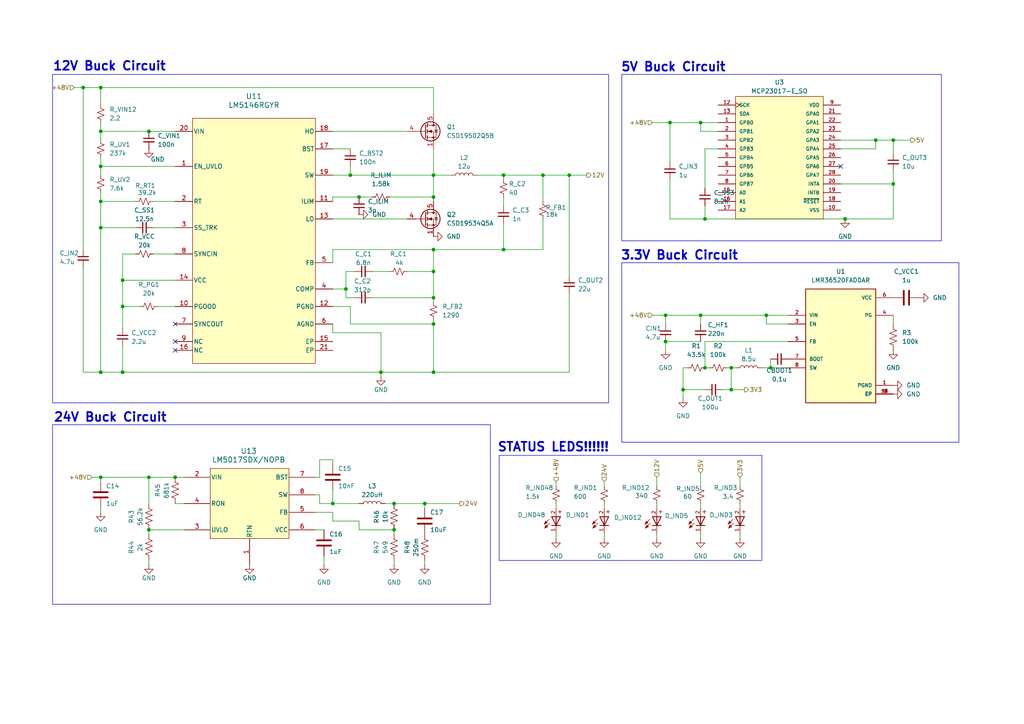
<source format=kicad_sch>
(kicad_sch (version 20231120) (generator "eeschema") (generator_version "8.0")
  (paper "A4")
  (lib_symbols
    (symbol "2024-10-11_02-12-55:LM5017SDX_NOPB" (pin_names (offset 0.254))
      (property "Reference" "U13" (at 36.576 11.43 0))
      (property "Value" "LM5017SDX/NOPB" (at 36.576 8.89 0))
      (symbol "LM5017SDX_NOPB_0_1"
        (pin input line (at 17.78 3.81 0) (length 7.62) (name "VIN") (number "2"))
        (pin input line (at 17.78 -11.43 0) (length 7.62) (name "UVLO") (number "3"))
        (pin unspecified line (at 17.78 -3.81 0) (length 7.62) (name "RON") (number "4"))
        (pin input line (at 55.88 -6.35 180) (length 7.62) (name "FB") (number "5"))
        (pin power_in line (at 55.88 -11.43 180) (length 7.62) (name "VCC") (number "6"))
        (pin unspecified line (at 55.88 3.81 180) (length 7.62) (name "BST") (number "7"))
        (pin output line (at 55.88 -1.27 180) (length 7.62) (name "SW") (number "8"))
      )
      (symbol "LM5017SDX_NOPB_1_1"
        (rectangle (start 25.4 6.35) (end 48.26 -13.97) (fill (type background)))
        (pin power_in line (at 36.83 -21.59 90) (length 7.62) (name "RTN") (number "1"))
      )
    )
    (symbol "Device:C" (pin_numbers hide) (pin_names (offset 0.254))
      (property "Reference" "C" (at 0.635 2.54 0))
      (property "Value" "C" (at 0.635 -2.54 0))
      (symbol "C_0_1"
        (polyline (pts (xy -2.032 -0.762) (xy 2.032 -0.762)) (stroke (width 0.508)))
        (polyline (pts (xy -2.032 0.762) (xy 2.032 0.762)) (stroke (width 0.508)))
      )
      (symbol "C_1_1"
        (pin passive line (at 0 3.81 270) (length 2.794) (name "~") (number "1"))
        (pin passive line (at 0 -3.81 90) (length 2.794) (name "~") (number "2"))
      )
    )
    (symbol "Device:C_Small" (pin_numbers hide) (pin_names (offset 0.254) hide)
      (property "Reference" "C" (at 0.254 1.778 0))
      (property "Value" "C_Small" (at 0.254 -2.032 0))
      (symbol "C_Small_0_1"
        (polyline (pts (xy -1.524 -0.508) (xy 1.524 -0.508)) (stroke (width 0.3302)))
        (polyline (pts (xy -1.524 0.508) (xy 1.524 0.508)) (stroke (width 0.3048)))
      )
      (symbol "C_Small_1_1"
        (pin passive line (at 0 2.54 270) (length 2.032) (name "~") (number "1"))
        (pin passive line (at 0 -2.54 90) (length 2.032) (name "~") (number "2"))
      )
    )
    (symbol "Device:L" (pin_numbers hide) (pin_names (offset 1.016) hide)
      (property "Reference" "L" (at -1.27 0 90))
      (property "Value" "L" (at 1.905 0 90))
      (symbol "L_0_1"
        (arc (start 0 -2.54) (mid 0.6323 -1.905) (end 0 -1.27))
        (arc (start 0 -1.27) (mid 0.6323 -0.635) (end 0 0))
        (arc (start 0 0) (mid 0.6323 0.635) (end 0 1.27))
        (arc (start 0 1.27) (mid 0.6323 1.905) (end 0 2.54))
      )
      (symbol "L_1_1"
        (pin passive line (at 0 3.81 270) (length 1.27) (name "1") (number "1"))
        (pin passive line (at 0 -3.81 90) (length 1.27) (name "2") (number "2"))
      )
    )
    (symbol "Device:R_Small_US" (pin_numbers hide) (pin_names (offset 0.254) hide)
      (property "Reference" "R" (at 0.762 0.508 0))
      (property "Value" "R_Small_US" (at 0.762 -1.016 0))
      (symbol "R_Small_US_1_1"
        (polyline (pts (xy 0 0) (xy 1.016 -0.381) (xy 0 -0.762) (xy -1.016 -1.143) (xy 0 -1.524)))
        (polyline (pts (xy 0 1.524) (xy 1.016 1.143) (xy 0 0.762) (xy -1.016 0.381) (xy 0 0)))
        (pin passive line (at 0 2.54 270) (length 1.016) (name "~") (number "1"))
        (pin passive line (at 0 -2.54 90) (length 1.016) (name "~") (number "2"))
      )
    )
    (symbol "Device:R_US" (pin_numbers hide) (pin_names (offset 0))
      (property "Reference" "R" (at 2.54 0 90))
      (property "Value" "R_US" (at -2.54 0 90))
      (symbol "R_US_0_1"
        (polyline (pts (xy 0 -2.286) (xy 0 -2.54)))
        (polyline (pts (xy 0 2.286) (xy 0 2.54)))
        (polyline (pts (xy 0 -0.762) (xy 1.016 -1.143) (xy 0 -1.524) (xy -1.016 -1.905) (xy 0 -2.286)))
        (polyline (pts (xy 0 0.762) (xy 1.016 0.381) (xy 0 0) (xy -1.016 -0.381) (xy 0 -0.762)))
        (polyline (pts (xy 0 2.286) (xy 1.016 1.905) (xy 0 1.524) (xy -1.016 1.143) (xy 0 0.762)))
      )
      (symbol "R_US_1_1"
        (pin passive line (at 0 3.81 270) (length 1.27) (name "~") (number "1"))
        (pin passive line (at 0 -3.81 90) (length 1.27) (name "~") (number "2"))
      )
    )
    (symbol "LMR36520FADDAR:LMR36520FADDAR" (pin_names (offset 1.016))
      (property "Reference" "U" (at -10.16 16.002 0))
      (property "Value" "LMR36520FADDAR" (at -10.16 -18.542 0))
      (symbol "LMR36520FADDAR_0_0"
        (rectangle (start -10.16 -17.78) (end 10.16 15.24) (stroke (width 0.254)) (fill (type background)))
        (pin power_in line (at 15.24 -12.7 180) (length 5.08) (name "PGND") (number "1"))
        (pin power_in line (at 15.24 -15.24 180) (length 5.08) (name "EP") (number "10"))
        (pin power_in line (at 15.24 -15.24 180) (length 5.08) (name "EP") (number "11"))
        (pin power_in line (at 15.24 -15.24 180) (length 5.08) (name "EP") (number "12"))
        (pin power_in line (at 15.24 -15.24 180) (length 5.08) (name "EP") (number "13"))
        (pin power_in line (at 15.24 -15.24 180) (length 5.08) (name "EP") (number "14"))
        (pin power_in line (at 15.24 -15.24 180) (length 5.08) (name "EP") (number "15"))
        (pin input line (at -15.24 7.62 0) (length 5.08) (name "VIN") (number "2"))
        (pin input line (at -15.24 5.08 0) (length 5.08) (name "EN") (number "3"))
        (pin output line (at 15.24 7.62 180) (length 5.08) (name "PG") (number "4"))
        (pin input line (at -15.24 0 0) (length 5.08) (name "FB") (number "5"))
        (pin power_in line (at 15.24 12.7 180) (length 5.08) (name "VCC") (number "6"))
        (pin passive line (at -15.24 -5.08 0) (length 5.08) (name "BOOT") (number "7"))
        (pin passive line (at -15.24 -7.62 0) (length 5.08) (name "SW") (number "8"))
        (pin power_in line (at 15.24 -15.24 180) (length 5.08) (name "EP") (number "9"))
      )
    )
    (symbol "RGY0020B-MFG:LM5146RGYR" (pin_names (offset 0.254))
      (property "Reference" "U11" (at 22.86 10.16 0))
      (property "Value" "LM5146RGYR" (at 22.86 7.62 0))
      (symbol "LM5146RGYR_0_1"
        (pin input line (at 0 -10.16 0) (length 5.08) (name "EN_UVLO") (number "1"))
        (pin open_collector line (at 0 -50.8 0) (length 5.08) (name "PGOOD") (number "10"))
        (pin unspecified line (at 45.72 -20.32 180) (length 5.08) (name "ILIM") (number "11"))
        (pin power_in line (at 45.72 -50.8 180) (length 5.08) (name "PGND") (number "12"))
        (pin unspecified line (at 45.72 -25.4 180) (length 5.08) (name "LO") (number "13"))
        (pin unspecified line (at 0 -43.18 0) (length 5.08) (name "VCC") (number "14"))
        (pin power_in line (at 45.72 -60.96 180) (length 5.08) (name "EP") (number "15"))
        (pin unspecified line (at 0 -63.5 0) (length 5.08) (name "NC") (number "16"))
        (pin unspecified line (at 45.72 -5.08 180) (length 5.08) (name "BST") (number "17"))
        (pin unspecified line (at 45.72 0 180) (length 5.08) (name "HO") (number "18"))
        (pin unspecified line (at 45.72 -12.7 180) (length 5.08) (name "SW") (number "19"))
        (pin unspecified line (at 0 -20.32 0) (length 5.08) (name "RT") (number "2"))
        (pin power_in line (at 0 0 0) (length 5.08) (name "VIN") (number "20"))
        (pin power_in line (at 45.72 -63.5 180) (length 5.08) (name "EP") (number "21"))
        (pin unspecified line (at 0 -27.94 0) (length 5.08) (name "SS_TRK") (number "3"))
        (pin unspecified line (at 45.72 -45.72 180) (length 5.08) (name "COMP") (number "4"))
        (pin unspecified line (at 45.72 -38.1 180) (length 5.08) (name "FB") (number "5"))
        (pin power_in line (at 45.72 -55.88 180) (length 5.08) (name "AGND") (number "6"))
        (pin output line (at 0 -55.88 0) (length 5.08) (name "SYNCOUT") (number "7"))
        (pin input line (at 0 -35.56 0) (length 5.08) (name "SYNCIN") (number "8"))
        (pin input line (at 0 -60.96 0) (length 5.08) (name "NC") (number "9"))
      )
      (symbol "LM5146RGYR_1_1"
        (rectangle (start 5.08 3.81) (end 40.64 -67.31) (fill (type background)))
      )
    )
    (symbol "TPSM265R1V5SILR:TPSM265R1V5SILR" (pin_names (offset 1.016))
      (property "Reference" "U3" (at 0 19.304 0))
      (property "Value" "MCP23017-E_SO" (at 0 16.764 0))
      (symbol "TPSM265R1V5SILR_0_0"
        (rectangle (start -12.7 15.24) (end 12.7 -20.32) (stroke (width 0.1524)) (fill (type background)))
        (pin bidirectional line (at -17.78 7.62 0) (length 5.08) (name "GPB0") (number "1"))
        (pin power_in line (at 17.78 -17.78 180) (length 5.08) (name "VSS") (number "10"))
        (pin input clock (at -17.78 12.7 0) (length 5.08) (name "SCK") (number "12"))
        (pin bidirectional line (at -17.78 10.16 0) (length 5.08) (name "SDA") (number "13"))
        (pin input line (at -17.78 -12.7 0) (length 5.08) (name "A0") (number "15"))
        (pin input line (at -17.78 -15.24 0) (length 5.08) (name "A1") (number "16"))
        (pin input line (at -17.78 -17.78 0) (length 5.08) (name "A2") (number "17"))
        (pin output line (at 17.78 -15.24 180) (length 5.08) (name "~{RESET}") (number "18"))
        (pin output line (at 17.78 -12.7 180) (length 5.08) (name "INTB") (number "19"))
        (pin bidirectional line (at -17.78 5.08 0) (length 5.08) (name "GPB1") (number "2"))
        (pin output line (at 17.78 -10.16 180) (length 5.08) (name "INTA") (number "20"))
        (pin bidirectional line (at 17.78 10.16 180) (length 5.08) (name "GPA0") (number "21"))
        (pin bidirectional line (at 17.78 7.62 180) (length 5.08) (name "GPA1") (number "22"))
        (pin bidirectional line (at 17.78 5.08 180) (length 5.08) (name "GPA2") (number "23"))
        (pin bidirectional line (at 17.78 2.54 180) (length 5.08) (name "GPA3") (number "24"))
        (pin bidirectional line (at 17.78 0 180) (length 5.08) (name "GPA4") (number "25"))
        (pin bidirectional line (at 17.78 -2.54 180) (length 5.08) (name "GPA5") (number "26"))
        (pin bidirectional line (at 17.78 -5.08 180) (length 5.08) (name "GPA6") (number "27"))
        (pin bidirectional line (at 17.78 -7.62 180) (length 5.08) (name "GPA7") (number "28"))
        (pin bidirectional line (at -17.78 2.54 0) (length 5.08) (name "GPB2") (number "3"))
        (pin bidirectional line (at -17.78 0 0) (length 5.08) (name "GPB3") (number "4"))
        (pin bidirectional line (at -17.78 -2.54 0) (length 5.08) (name "GPB4") (number "5"))
        (pin bidirectional line (at -17.78 -5.08 0) (length 5.08) (name "GPB5") (number "6"))
        (pin bidirectional line (at -17.78 -7.62 0) (length 5.08) (name "GPB6") (number "7"))
        (pin bidirectional line (at -17.78 -10.16 0) (length 5.08) (name "GPB7") (number "8"))
        (pin power_in line (at 17.78 12.7 180) (length 5.08) (name "VDD") (number "9"))
      )
    )
    (symbol "Transistor_FET:CSD19502Q5B" (pin_names hide)
      (property "Reference" "Q" (at 5.08 1.905 0))
      (property "Value" "CSD19502Q5B" (at 5.08 0 0))
      (symbol "CSD19502Q5B_0_1"
        (polyline (pts (xy 0.254 0) (xy -2.54 0)))
        (polyline (pts (xy 0.254 1.905) (xy 0.254 -1.905)) (stroke (width 0.254)))
        (polyline (pts (xy 0.762 -1.27) (xy 0.762 -2.286)) (stroke (width 0.254)))
        (polyline (pts (xy 0.762 0.508) (xy 0.762 -0.508)) (stroke (width 0.254)))
        (polyline (pts (xy 0.762 2.286) (xy 0.762 1.27)) (stroke (width 0.254)))
        (polyline (pts (xy 2.54 2.54) (xy 2.54 1.778)))
        (polyline (pts (xy 2.54 -2.54) (xy 2.54 0) (xy 0.762 0)))
        (polyline (pts (xy 0.762 -1.778) (xy 3.302 -1.778) (xy 3.302 1.778) (xy 0.762 1.778)))
        (polyline (pts (xy 1.016 0) (xy 2.032 0.381) (xy 2.032 -0.381) (xy 1.016 0)) (fill (type outline)))
        (polyline (pts (xy 2.794 0.508) (xy 2.921 0.381) (xy 3.683 0.381) (xy 3.81 0.254)))
        (polyline (pts (xy 3.302 0.381) (xy 2.921 -0.254) (xy 3.683 -0.254) (xy 3.302 0.381)))
        (circle (center 1.651 0) (radius 2.794) (stroke (width 0.254)))
        (circle (center 2.54 -1.778) (radius 0.254) (fill (type outline)))
        (circle (center 2.54 1.778) (radius 0.254) (fill (type outline)))
      )
      (symbol "CSD19502Q5B_1_1"
        (pin passive line (at 2.54 -5.08 90) (length 2.54) (name "S") (number "1"))
        (pin passive line (at 2.54 -5.08 90) (length 2.54) hide (name "S") (number "2"))
        (pin passive line (at 2.54 -5.08 90) (length 2.54) hide (name "S") (number "3"))
        (pin passive line (at -5.08 0 0) (length 2.54) (name "G") (number "4"))
        (pin passive line (at 2.54 5.08 270) (length 2.54) (name "D") (number "5"))
      )
    )
    (symbol "Transistor_FET:CSD19534Q5A" (pin_names hide)
      (property "Reference" "Q" (at 5.08 1.905 0))
      (property "Value" "CSD19534Q5A" (at 5.08 0 0))
      (symbol "CSD19534Q5A_0_1"
        (polyline (pts (xy 0.254 0) (xy -2.54 0)))
        (polyline (pts (xy 0.254 1.905) (xy 0.254 -1.905)) (stroke (width 0.254)))
        (polyline (pts (xy 0.762 -1.27) (xy 0.762 -2.286)) (stroke (width 0.254)))
        (polyline (pts (xy 0.762 0.508) (xy 0.762 -0.508)) (stroke (width 0.254)))
        (polyline (pts (xy 0.762 2.286) (xy 0.762 1.27)) (stroke (width 0.254)))
        (polyline (pts (xy 2.54 2.54) (xy 2.54 1.778)))
        (polyline (pts (xy 2.54 -2.54) (xy 2.54 0) (xy 0.762 0)))
        (polyline (pts (xy 0.762 -1.778) (xy 3.302 -1.778) (xy 3.302 1.778) (xy 0.762 1.778)))
        (polyline (pts (xy 1.016 0) (xy 2.032 0.381) (xy 2.032 -0.381) (xy 1.016 0)) (fill (type outline)))
        (polyline (pts (xy 2.794 0.508) (xy 2.921 0.381) (xy 3.683 0.381) (xy 3.81 0.254)))
        (polyline (pts (xy 3.302 0.381) (xy 2.921 -0.254) (xy 3.683 -0.254) (xy 3.302 0.381)))
        (circle (center 1.651 0) (radius 2.794) (stroke (width 0.254)))
        (circle (center 2.54 -1.778) (radius 0.254) (fill (type outline)))
        (circle (center 2.54 1.778) (radius 0.254) (fill (type outline)))
      )
      (symbol "CSD19534Q5A_1_1"
        (pin passive line (at 2.54 -5.08 90) (length 2.54) (name "S") (number "1"))
        (pin passive line (at 2.54 -5.08 90) (length 2.54) hide (name "S") (number "2"))
        (pin passive line (at 2.54 -5.08 90) (length 2.54) hide (name "S") (number "3"))
        (pin passive line (at -5.08 0 0) (length 2.54) (name "G") (number "4"))
        (pin passive line (at 2.54 5.08 270) (length 2.54) (name "D") (number "5"))
      )
    )
    (symbol "WL-SMCW_0603:WL-SMCW_0603" (pin_names (offset 1.016))
      (property "Reference" "D" (at -1.988 3.972 0))
      (property "Value" "WL-SMCW_0603" (at -2.628 -3.928 0))
      (symbol "WL-SMCW_0603_0_0"
        (polyline (pts (xy 0 -1.27) (xy 0 0)) (stroke (width 0.254)))
        (polyline (pts (xy 0 0) (xy 0 1.27)) (stroke (width 0.254)))
        (polyline (pts (xy 0 0) (xy 2.54 0)) (stroke (width 0.254)))
        (polyline (pts (xy 0 0) (xy 2.54 1.27)) (stroke (width 0.254)))
        (polyline (pts (xy 0.635 1.905) (xy -0.762 3.302)) (stroke (width 0.1524)))
        (polyline (pts (xy 1.778 2.032) (xy 0.381 3.429)) (stroke (width 0.1524)))
        (polyline (pts (xy 2.54 -1.27) (xy 0 0)) (stroke (width 0.254)))
        (polyline (pts (xy 2.54 -1.27) (xy 2.54 0)) (stroke (width 0.254)))
        (polyline (pts (xy 2.54 0) (xy 2.54 1.27)) (stroke (width 0.254)))
        (polyline (pts (xy -0.762 3.302) (xy 0.127 2.921) (xy -0.381 2.413) (xy -0.762 3.302)) (stroke (width 0.1524)) (fill (type outline)))
        (polyline (pts (xy 0.381 3.429) (xy 1.27 3.048) (xy 0.762 2.54) (xy 0.381 3.429)) (stroke (width 0.1524)) (fill (type outline)))
        (text "+" (at 3.08 -1.74 0) (effects (font (size 1.27 1.27)) (justify left bottom)))
        (pin passive line (at -2.54 0 0) (length 2.54) (name "~") (number "1"))
        (pin passive line (at 5.08 0 180) (length 2.54) (name "~") (number "2"))
      )
    )
    (symbol "power:GND" (power) (pin_numbers hide) (pin_names (offset 0) hide)
      (property "Value" "GND" (at 0 -3.81 0))
      (symbol "GND_0_1"
        (polyline (pts (xy 0 0) (xy 0 -1.27) (xy 1.27 -1.27) (xy 0 -2.54) (xy -1.27 -1.27) (xy 0 -1.27)))
      )
      (symbol "GND_1_1"
        (pin power_in line (at 0 0 270) (length 0) (name "~") (number "1"))
      )
    )
  )
  (junction (at 157.48 50.8))
  (junction (at 212.09 106.68))
  (junction (at 43.18 138.43))
  (junction (at 146.05 72.39))
  (junction (at 101.6 50.8))
  (junction (at 203.2 35.56))
  (junction (at 50.8 138.43))
  (junction (at 125.73 93.98))
  (junction (at 259.08 53.34))
  (junction (at 35.56 81.28))
  (junction (at 254 40.64))
  (junction (at 204.47 106.68))
  (junction (at 193.04 99.06))
  (junction (at 114.3 153.67))
  (junction (at 35.56 107.95))
  (junction (at 43.18 153.67))
  (junction (at 223.52 106.68))
  (junction (at 43.18 38.1))
  (junction (at 198.12 113.03))
  (junction (at 245.11 63.5))
  (junction (at 24.13 25.4))
  (junction (at 29.21 66.04))
  (junction (at 125.73 107.95))
  (junction (at 165.1 50.8))
  (junction (at 114.3 146.05))
  (junction (at 125.73 78.74))
  (junction (at 125.73 57.15))
  (junction (at 212.09 113.03))
  (junction (at 193.04 91.44))
  (junction (at 100.33 83.82))
  (junction (at 204.47 63.5))
  (junction (at 96.52 146.05))
  (junction (at 259.08 40.64))
  (junction (at 146.05 50.8))
  (junction (at 110.49 107.95))
  (junction (at 29.21 48.26))
  (junction (at 29.21 25.4))
  (junction (at 222.25 91.44))
  (junction (at 203.2 91.44))
  (junction (at 29.21 38.1))
  (junction (at 194.31 35.56))
  (junction (at 123.19 146.05))
  (junction (at 35.56 88.9))
  (junction (at 29.21 138.43))
  (junction (at 125.73 86.36))
  (junction (at 29.21 107.95))
  (junction (at 125.73 50.8))
  (junction (at 125.73 72.39))
  (junction (at 104.14 57.15))
  (junction (at 29.21 58.42))
  (no_connect (at 50.8 93.98))
  (no_connect (at 243.84 48.26))
  (no_connect (at 50.8 101.6))
  (no_connect (at 50.8 99.06))
  (wire (pts (xy 161.29 154.94) (xy 161.29 156.21)))
  (wire (pts (xy 96.52 57.15) (xy 104.14 57.15)))
  (wire (pts (xy 29.21 48.26) (xy 29.21 50.8)))
  (wire (pts (xy 125.73 78.74) (xy 125.73 86.36)))
  (wire (pts (xy 29.21 55.88) (xy 29.21 58.42)))
  (wire (pts (xy 125.73 72.39) (xy 146.05 72.39)))
  (wire (pts (xy 35.56 81.28) (xy 50.8 81.28)))
  (wire (pts (xy 212.09 106.68) (xy 210.82 106.68)))
  (wire (pts (xy 222.25 93.98) (xy 228.6 93.98)))
  (wire (pts (xy 43.18 163.83) (xy 43.18 162.56)))
  (wire (pts (xy 96.52 83.82) (xy 100.33 83.82)))
  (wire (pts (xy 209.55 113.03) (xy 212.09 113.03)))
  (wire (pts (xy 194.31 63.5) (xy 204.47 63.5)))
  (wire (pts (xy 175.26 139.7) (xy 175.26 140.97)))
  (wire (pts (xy 29.21 38.1) (xy 29.21 40.64)))
  (wire (pts (xy 259.08 53.34) (xy 259.08 63.5)))
  (wire (pts (xy 96.52 96.52) (xy 96.52 93.98)))
  (wire (pts (xy 125.73 43.18) (xy 125.73 50.8)))
  (wire (pts (xy 29.21 35.56) (xy 29.21 38.1)))
  (wire (pts (xy 107.95 78.74) (xy 113.03 78.74)))
  (wire (pts (xy 259.08 49.53) (xy 259.08 53.34)))
  (wire (pts (xy 203.2 146.05) (xy 203.2 147.32)))
  (wire (pts (xy 26.67 138.43) (xy 29.21 138.43)))
  (wire (pts (xy 208.28 38.1) (xy 203.2 38.1)))
  (wire (pts (xy 254 43.18) (xy 254 40.64)))
  (wire (pts (xy 24.13 77.47) (xy 24.13 107.95)))
  (wire (pts (xy 205.74 106.68) (xy 204.47 106.68)))
  (wire (pts (xy 123.19 147.32) (xy 123.19 146.05)))
  (wire (pts (xy 254 40.64) (xy 259.08 40.64)))
  (wire (pts (xy 93.98 153.67) (xy 91.44 153.67)))
  (wire (pts (xy 43.18 146.05) (xy 43.18 138.43)))
  (wire (pts (xy 214.63 154.94) (xy 214.63 156.21)))
  (wire (pts (xy 165.1 107.95) (xy 165.1 85.09)))
  (wire (pts (xy 24.13 25.4) (xy 29.21 25.4)))
  (wire (pts (xy 157.48 58.42) (xy 157.48 50.8)))
  (wire (pts (xy 92.71 143.51) (xy 91.44 143.51)))
  (wire (pts (xy 29.21 25.4) (xy 29.21 30.48)))
  (wire (pts (xy 104.14 151.13) (xy 104.14 153.67)))
  (wire (pts (xy 29.21 66.04) (xy 29.21 107.95)))
  (wire (pts (xy 198.12 106.68) (xy 199.39 106.68)))
  (wire (pts (xy 157.48 72.39) (xy 157.48 63.5)))
  (wire (pts (xy 214.63 138.43) (xy 214.63 140.97)))
  (wire (pts (xy 96.52 43.18) (xy 101.6 43.18)))
  (wire (pts (xy 203.2 38.1) (xy 203.2 35.56)))
  (wire (pts (xy 204.47 59.69) (xy 204.47 63.5)))
  (wire (pts (xy 43.18 154.94) (xy 43.18 153.67)))
  (wire (pts (xy 193.04 93.98) (xy 193.04 91.44)))
  (wire (pts (xy 204.47 63.5) (xy 245.11 63.5)))
  (wire (pts (xy 165.1 50.8) (xy 170.18 50.8)))
  (wire (pts (xy 39.37 73.66) (xy 35.56 73.66)))
  (wire (pts (xy 92.71 146.05) (xy 96.52 146.05)))
  (wire (pts (xy 146.05 64.77) (xy 146.05 72.39)))
  (wire (pts (xy 91.44 138.43) (xy 92.71 138.43)))
  (wire (pts (xy 93.98 161.29) (xy 93.98 163.83)))
  (wire (pts (xy 107.95 86.36) (xy 125.73 86.36)))
  (wire (pts (xy 243.84 53.34) (xy 259.08 53.34)))
  (wire (pts (xy 96.52 96.52) (xy 110.49 96.52)))
  (wire (pts (xy 215.9 113.03) (xy 212.09 113.03)))
  (wire (pts (xy 118.11 78.74) (xy 125.73 78.74)))
  (wire (pts (xy 40.64 88.9) (xy 35.56 88.9)))
  (wire (pts (xy 113.03 57.15) (xy 125.73 57.15)))
  (wire (pts (xy 43.18 138.43) (xy 50.8 138.43)))
  (wire (pts (xy 204.47 43.18) (xy 204.47 54.61)))
  (wire (pts (xy 190.5 146.05) (xy 190.5 147.32)))
  (wire (pts (xy 165.1 50.8) (xy 165.1 80.01)))
  (wire (pts (xy 190.5 154.94) (xy 190.5 156.21)))
  (wire (pts (xy 29.21 25.4) (xy 125.73 25.4)))
  (wire (pts (xy 175.26 154.94) (xy 175.26 156.21)))
  (wire (pts (xy 245.11 63.5) (xy 259.08 63.5)))
  (wire (pts (xy 91.44 148.59) (xy 96.52 148.59)))
  (wire (pts (xy 110.49 107.95) (xy 110.49 109.22)))
  (wire (pts (xy 114.3 163.83) (xy 114.3 162.56)))
  (wire (pts (xy 92.71 133.35) (xy 92.71 138.43)))
  (wire (pts (xy 104.14 57.15) (xy 107.95 57.15)))
  (wire (pts (xy 35.56 73.66) (xy 35.56 81.28)))
  (wire (pts (xy 190.5 138.43) (xy 190.5 140.97)))
  (wire (pts (xy 29.21 147.32) (xy 29.21 148.59)))
  (wire (pts (xy 29.21 48.26) (xy 50.8 48.26)))
  (wire (pts (xy 193.04 99.06) (xy 193.04 101.6)))
  (wire (pts (xy 92.71 146.05) (xy 92.71 143.51)))
  (wire (pts (xy 198.12 115.57) (xy 198.12 113.03)))
  (wire (pts (xy 102.87 78.74) (xy 100.33 78.74)))
  (wire (pts (xy 101.6 93.98) (xy 125.73 93.98)))
  (wire (pts (xy 114.3 146.05) (xy 111.76 146.05)))
  (wire (pts (xy 130.81 50.8) (xy 125.73 50.8)))
  (wire (pts (xy 125.73 107.95) (xy 165.1 107.95)))
  (wire (pts (xy 208.28 43.18) (xy 204.47 43.18)))
  (wire (pts (xy 43.18 38.1) (xy 50.8 38.1)))
  (wire (pts (xy 110.49 96.52) (xy 110.49 107.95)))
  (wire (pts (xy 198.12 113.03) (xy 198.12 106.68)))
  (wire (pts (xy 222.25 91.44) (xy 228.6 91.44)))
  (wire (pts (xy 96.52 151.13) (xy 104.14 151.13)))
  (wire (pts (xy 114.3 146.05) (xy 123.19 146.05)))
  (wire (pts (xy 96.52 72.39) (xy 125.73 72.39)))
  (wire (pts (xy 101.6 48.26) (xy 101.6 50.8)))
  (wire (pts (xy 146.05 50.8) (xy 157.48 50.8)))
  (wire (pts (xy 214.63 146.05) (xy 214.63 147.32)))
  (wire (pts (xy 125.73 25.4) (xy 125.73 33.02)))
  (wire (pts (xy 223.52 106.68) (xy 223.52 104.14)))
  (wire (pts (xy 125.73 93.98) (xy 125.73 107.95)))
  (wire (pts (xy 29.21 138.43) (xy 43.18 138.43)))
  (wire (pts (xy 189.23 91.44) (xy 193.04 91.44)))
  (wire (pts (xy 101.6 50.8) (xy 125.73 50.8)))
  (wire (pts (xy 96.52 63.5) (xy 118.11 63.5)))
  (wire (pts (xy 193.04 99.06) (xy 203.2 99.06)))
  (wire (pts (xy 96.52 133.35) (xy 92.71 133.35)))
  (wire (pts (xy 96.52 146.05) (xy 104.14 146.05)))
  (wire (pts (xy 125.73 50.8) (xy 125.73 57.15)))
  (wire (pts (xy 96.52 57.15) (xy 96.52 58.42)))
  (wire (pts (xy 203.2 35.56) (xy 208.28 35.56)))
  (wire (pts (xy 100.33 78.74) (xy 100.33 83.82)))
  (wire (pts (xy 29.21 58.42) (xy 29.21 66.04)))
  (wire (pts (xy 223.52 106.68) (xy 228.6 106.68)))
  (wire (pts (xy 96.52 134.62) (xy 96.52 133.35)))
  (wire (pts (xy 35.56 100.33) (xy 35.56 107.95)))
  (wire (pts (xy 243.84 40.64) (xy 254 40.64)))
  (wire (pts (xy 125.73 86.36) (xy 125.73 87.63)))
  (wire (pts (xy 203.2 91.44) (xy 222.25 91.44)))
  (wire (pts (xy 24.13 107.95) (xy 29.21 107.95)))
  (wire (pts (xy 213.36 106.68) (xy 212.09 106.68)))
  (wire (pts (xy 161.29 139.7) (xy 161.29 140.97)))
  (wire (pts (xy 44.45 73.66) (xy 50.8 73.66)))
  (wire (pts (xy 96.52 50.8) (xy 101.6 50.8)))
  (wire (pts (xy 21.59 25.4) (xy 24.13 25.4)))
  (wire (pts (xy 146.05 50.8) (xy 146.05 52.07)))
  (wire (pts (xy 204.47 106.68) (xy 204.47 99.06)))
  (wire (pts (xy 96.52 148.59) (xy 96.52 151.13)))
  (wire (pts (xy 125.73 72.39) (xy 125.73 78.74)))
  (wire (pts (xy 100.33 83.82) (xy 100.33 86.36)))
  (wire (pts (xy 45.72 88.9) (xy 50.8 88.9)))
  (wire (pts (xy 35.56 107.95) (xy 110.49 107.95)))
  (wire (pts (xy 243.84 43.18) (xy 254 43.18)))
  (wire (pts (xy 101.6 93.98) (xy 101.6 88.9)))
  (wire (pts (xy 29.21 66.04) (xy 39.37 66.04)))
  (wire (pts (xy 29.21 139.7) (xy 29.21 138.43)))
  (wire (pts (xy 220.98 106.68) (xy 223.52 106.68)))
  (wire (pts (xy 35.56 88.9) (xy 35.56 95.25)))
  (wire (pts (xy 50.8 138.43) (xy 53.34 138.43)))
  (wire (pts (xy 125.73 92.71) (xy 125.73 93.98)))
  (wire (pts (xy 123.19 163.83) (xy 123.19 162.56)))
  (wire (pts (xy 222.25 91.44) (xy 222.25 93.98)))
  (wire (pts (xy 100.33 86.36) (xy 102.87 86.36)))
  (wire (pts (xy 125.73 58.42) (xy 125.73 57.15)))
  (wire (pts (xy 175.26 146.05) (xy 175.26 147.32)))
  (wire (pts (xy 138.43 50.8) (xy 146.05 50.8)))
  (wire (pts (xy 96.52 72.39) (xy 96.52 76.2)))
  (wire (pts (xy 204.47 99.06) (xy 228.6 99.06)))
  (wire (pts (xy 125.73 107.95) (xy 110.49 107.95)))
  (wire (pts (xy 198.12 113.03) (xy 204.47 113.03)))
  (wire (pts (xy 35.56 88.9) (xy 35.56 81.28)))
  (wire (pts (xy 203.2 154.94) (xy 203.2 156.21)))
  (wire (pts (xy 194.31 35.56) (xy 203.2 35.56)))
  (wire (pts (xy 29.21 45.72) (xy 29.21 48.26)))
  (wire (pts (xy 43.18 153.67) (xy 53.34 153.67)))
  (wire (pts (xy 24.13 25.4) (xy 24.13 72.39)))
  (wire (pts (xy 96.52 38.1) (xy 118.11 38.1)))
  (wire (pts (xy 104.14 153.67) (xy 114.3 153.67)))
  (wire (pts (xy 29.21 58.42) (xy 39.37 58.42)))
  (wire (pts (xy 194.31 46.99) (xy 194.31 35.56)))
  (wire (pts (xy 96.52 142.24) (xy 96.52 146.05)))
  (wire (pts (xy 157.48 50.8) (xy 165.1 50.8)))
  (wire (pts (xy 29.21 38.1) (xy 43.18 38.1)))
  (wire (pts (xy 189.23 35.56) (xy 194.31 35.56)))
  (wire (pts (xy 114.3 153.67) (xy 114.3 154.94)))
  (wire (pts (xy 29.21 107.95) (xy 35.56 107.95)))
  (wire (pts (xy 203.2 93.98) (xy 203.2 91.44)))
  (wire (pts (xy 203.2 137.16) (xy 203.2 140.97)))
  (wire (pts (xy 123.19 146.05) (xy 133.35 146.05)))
  (wire (pts (xy 259.08 91.44) (xy 259.08 93.98)))
  (wire (pts (xy 161.29 146.05) (xy 161.29 147.32)))
  (wire (pts (xy 259.08 40.64) (xy 259.08 44.45)))
  (wire (pts (xy 212.09 106.68) (xy 212.09 113.03)))
  (wire (pts (xy 44.45 58.42) (xy 50.8 58.42)))
  (wire (pts (xy 146.05 57.15) (xy 146.05 59.69)))
  (wire (pts (xy 259.08 40.64) (xy 264.16 40.64)))
  (wire (pts (xy 146.05 72.39) (xy 157.48 72.39)))
  (wire (pts (xy 44.45 66.04) (xy 50.8 66.04)))
  (wire (pts (xy 193.04 91.44) (xy 203.2 91.44)))
  (wire (pts (xy 101.6 88.9) (xy 96.52 88.9)))
  (wire (pts (xy 50.8 146.05) (xy 53.34 146.05)))
  (wire (pts (xy 194.31 63.5) (xy 194.31 52.07)))
  (rectangle (start 180.34 21.59) (end 273.05 69.85))
  (rectangle (start 15.24 21.59) (end 176.53 116.84))
  (rectangle (start 15.24 123.19) (end 142.24 175.26))
  (rectangle (start 144.78 132.08) (end 220.98 162.56))
  (rectangle (start 180.34 76.2) (end 278.13 128.27))
  (text "12V Buck Circuit" (at 31.75 19.304 0) (effects (font (size 2.54 2.54) (thickness 0.508) (bold yes))))
  (text "STATUS LEDS!!!!!!" (at 160.528 129.794 0) (effects (font (size 2.54 2.54) (thickness 0.508) (bold yes))))
  (text "24V Buck Circuit" (exclude_from_sim yes) (at 32.004 121.158 0) (effects (font (size 2.54 2.54) (thickness 0.508) (bold yes))))
  (text "3.3V Buck Circuit" (exclude_from_sim yes) (at 197.104 74.168 0) (effects (font (size 2.54 2.54) (thickness 0.508) (bold yes))))
  (text "5V Buck Circuit" (at 195.326 19.558 0) (effects (font (size 2.54 2.54) (thickness 0.508) (bold yes))))
  (hierarchical_label "24V" (shape input) (at 175.26 139.7 90) (property "48V" "48" (effects (hide yes))))
  (hierarchical_label "24V" (shape output) (at 133.35 146.05 0))
  (hierarchical_label "12V" (shape input) (at 190.5 138.43 90))
  (hierarchical_label "+48V" (shape input) (at 21.59 25.4 180) (property "Value" "48" (effects (hide yes))))
  (hierarchical_label "+48V" (shape input) (at 161.29 139.7 90) (property "48V" "48" (effects (hide yes))))
  (hierarchical_label "+48V" (shape input) (at 189.23 91.44 180) (property "48V" "48" (effects (hide yes))))
  (hierarchical_label "12V" (shape output) (at 170.18 50.8 0))
  (hierarchical_label "3V3" (shape input) (at 214.63 138.43 90))
  (hierarchical_label "5V" (shape input) (at 203.2 137.16 90))
  (hierarchical_label "+48V" (shape input) (at 26.67 138.43 180) (property "Value" "48" (effects (hide yes))))
  (hierarchical_label "+48V" (shape input) (at 189.23 35.56 180) (property "48V" "48" (effects (hide yes))))
  (hierarchical_label "3V3" (shape output) (at 215.9 113.03 0))
  (hierarchical_label "5V" (shape output) (at 264.16 40.64 0))
  (symbol (lib_id "Device:C") (at 93.98 157.48 0) (unit 1)
    (property "Reference" "C16" (at 95.504 154.94 0) (effects (justify left)))
    (property "Value" "1uF" (at 95.504 160.02 0) (effects (justify left)))
    (property "Description" "Unpolarized capacitor" (effects (hide yes)))
  )
  (symbol (lib_id "WL-SMCW_0603:WL-SMCW_0603") (at 190.5 152.4 90) (unit 1)
    (property "Reference" "D_IND12" (at 178.054 150.114 90) (effects (justify right)))
    (property "Value" "WL-SMCW_0603" (effects (hide yes)))
    (property "Footprint" "WL-SMCW_0603:WL-SMCW_0603" (effects (hide yes)))
  )
  (symbol (lib_id "Transistor_FET:CSD19502Q5B") (at 123.19 38.1 0) (unit 1)
    (property "Reference" "Q1" (at 129.54 36.8299 0) (effects (justify left)))
    (property "Value" "CSD19502Q5B" (at 129.54 39.3699 0) (effects (justify left)))
    (property "Footprint" "Package_TO_SOT_SMD:TDSON-8-1" (effects (hide yes)))
    (property "Datasheet" "http://www.ti.com/lit/gpn/csd19502q5b" (effects (hide yes)))
    (property "Description" "100A Id, 80V Vds, NexFET N-Channel Power MOSFET, 4.1mOhm Ron, 48nC Qg(typ), SON8 5x6mm" (effects (hide yes)))
  )
  (symbol (lib_id "RGY0020B-MFG:LM5146RGYR") (at 50.8 38.1 0) (unit 1)
    (property "Reference" "U11" (at 73.66 27.94 0) (effects (font (size 1.524 1.524))))
    (property "Value" "LM5146RGYR" (at 73.66 30.48 0) (effects (font (size 1.524 1.524))))
    (property "Footprint" "RGY0020B-MFG" (effects (hide yes)))
    (property "Datasheet" "LM5146RGYR" (effects (hide yes)))
  )
  (symbol (lib_id "2024-10-11_02-12-55:LM5017SDX_NOPB") (at 35.56 142.24 0) (unit 1)
    (property "Reference" "U13" (at 72.136 130.81 0) (effects (font (size 1.524 1.524))))
    (property "Value" "LM5017SDX/NOPB" (at 72.136 133.35 0) (effects (font (size 1.524 1.524))))
    (property "Footprint" "SDC08B" (effects (hide yes)))
    (property "Datasheet" "LM5017SDX/NOPB" (effects (hide yes)))
  )
  (symbol (lib_id "Device:C_Small") (at 146.05 62.23 0) (unit 1)
    (property "Reference" "C_C3" (at 148.59 60.9662 0) (effects (justify left)))
    (property "Value" "1n" (at 148.59 63.5062 0) (effects (justify left)))
    (property "Description" "Unpolarized capacitor, small symbol" (effects (hide yes)))
  )
  (symbol (lib_id "Device:R_Small_US") (at 41.91 58.42 90) (unit 1)
    (property "Reference" "R_RT1" (at 42.164 53.848 90))
    (property "Value" "39.2k" (at 42.672 55.88 90))
    (property "Description" "Resistor, small US symbol" (effects (hide yes)))
  )
  (symbol (lib_id "Transistor_FET:CSD19534Q5A") (at 123.19 63.5 0) (unit 1)
    (property "Reference" "Q2" (at 129.54 62.2299 0) (effects (justify left)))
    (property "Value" "CSD19534Q5A" (at 129.54 64.7699 0) (effects (justify left)))
    (property "Footprint" "Package_TO_SOT_SMD:TDSON-8-1" (effects (hide yes)))
    (property "Datasheet" "http://www.ti.com/lit/gpn/csd19534q5a" (effects (hide yes)))
    (property "Description" "50A Id, 100V Vds, NexFET N-Channel Power MOSFET, 15.1mOhm Ron, 17nC Qg(typ), SON8 5x6mm" (effects (hide yes)))
  )
  (symbol (lib_id "power:GND") (at 93.98 163.83 0) (mirror y) (unit 1)
    (property "Reference" "#PWR061" (effects (hide yes)))
    (property "Value" "GND" (at 93.98 168.91 0))
    (property "Description" "Power symbol creates a global label with name \"GND\" , ground" (effects (hide yes)))
  )
  (symbol (lib_id "Device:R_Small_US") (at 125.73 90.17 0) (unit 1)
    (property "Reference" "R_FB2" (at 128.27 88.8999 0) (effects (justify left)))
    (property "Value" "1290" (at 128.27 91.4399 0) (effects (justify left)))
    (property "Description" "Resistor, small US symbol" (effects (hide yes)))
  )
  (symbol (lib_id "Device:R_Small_US") (at 157.48 60.96 0) (unit 1)
    (property "Reference" "R_FB1" (at 158.242 60.198 0) (effects (justify left)))
    (property "Value" "18k" (at 158.242 62.23 0) (effects (justify left)))
    (property "Description" "Resistor, small US symbol" (effects (hide yes)))
  )
  (symbol (lib_id "Device:C_Small") (at 203.2 96.52 0) (unit 1)
    (property "Reference" "C_HF1" (at 205.232 94.234 0) (effects (justify left)))
    (property "Value" "220n" (at 205.232 96.774 0) (effects (justify left)))
    (property "Description" "Unpolarized capacitor, small symbol" (effects (hide yes)))
  )
  (symbol (lib_id "power:GND") (at 175.26 156.21 0) (unit 1)
    (property "Reference" "#PWR063" (effects (hide yes)))
    (property "Value" "GND" (at 175.26 161.29 0))
    (property "Description" "Power symbol creates a global label with name \"GND\" , ground" (effects (hide yes)))
  )
  (symbol (lib_id "Device:C_Small") (at 104.14 59.69 180) (unit 1)
    (property "Reference" "C_ILIM" (at 106.68 58.4135 0) (effects (justify right)))
    (property "Value" "3p" (at 106.68 60.9535 0) (effects (justify right)))
    (property "Description" "Unpolarized capacitor, small symbol" (effects (hide yes)))
  )
  (symbol (lib_id "Device:R_Small_US") (at 214.63 143.51 0) (unit 1)
    (property "Reference" "R_IND3" (at 207.01 141.478 0) (effects (justify left)))
    (property "Value" "3.4" (at 209.55 144.018 0) (effects (justify left)))
    (property "Description" "Resistor, small US symbol" (effects (hide yes)))
  )
  (symbol (lib_id "Device:C_Small") (at 105.41 78.74 90) (unit 1)
    (property "Reference" "C_C1" (at 105.41 73.66 90))
    (property "Value" "6.8n" (at 105.41 76.2 90))
    (property "Description" "Unpolarized capacitor, small symbol" (effects (hide yes)))
  )
  (symbol (lib_id "Device:R_Small_US") (at 146.05 54.61 0) (unit 1)
    (property "Reference" "R_C2" (at 147.574 53.34 0) (effects (justify left)))
    (property "Value" "40" (at 147.574 55.88 0) (effects (justify left)))
    (property "Description" "Resistor, small US symbol" (effects (hide yes)))
  )
  (symbol (lib_id "Device:C") (at 123.19 151.13 0) (unit 1)
    (property "Reference" "C17" (at 124.714 148.59 0) (effects (justify left)))
    (property "Value" "10uF" (at 124.714 153.67 0) (effects (justify left)))
    (property "Description" "Unpolarized capacitor" (effects (hide yes)))
  )
  (symbol (lib_id "power:GND") (at 245.11 63.5 0) (unit 1)
    (property "Reference" "#PWR029" (effects (hide yes)))
    (property "Value" "GND" (at 245.11 68.58 0))
    (property "Description" "Power symbol creates a global label with name \"GND\" , ground" (effects (hide yes)))
  )
  (symbol (lib_id "Device:R_Small_US") (at 29.21 43.18 0) (unit 1)
    (property "Reference" "R_UV1" (at 31.75 41.9099 0) (effects (justify left)))
    (property "Value" "237k" (at 31.75 44.4499 0) (effects (justify left)))
    (property "Description" "Resistor, small US symbol" (effects (hide yes)))
  )
  (symbol (lib_id "Device:C_Small") (at 259.08 46.99 0) (unit 1)
    (property "Reference" "C_OUT3" (at 261.62 45.7262 0) (effects (justify left)))
    (property "Value" "10u" (at 261.62 48.2662 0) (effects (justify left)))
    (property "Description" "Unpolarized capacitor, small symbol" (effects (hide yes)))
  )
  (symbol (lib_id "Device:R_Small_US") (at 175.26 143.51 0) (unit 1)
    (property "Reference" "R_IND1" (at 166.37 141.478 0) (effects (justify left)))
    (property "Value" "600" (at 166.37 144.018 0) (effects (justify left)))
    (property "Description" "Resistor, small US symbol" (effects (hide yes)))
  )
  (symbol (lib_id "WL-SMCW_0603:WL-SMCW_0603") (at 175.26 152.4 90) (unit 1)
    (property "Reference" "D_IND1" (at 164.084 149.352 90) (effects (justify right)))
    (property "Value" "WL-SMCW_0603" (effects (hide yes)))
    (property "Footprint" "WL-SMCW_0603:WL-SMCW_0603" (effects (hide yes)))
  )
  (symbol (lib_id "Device:C_Small") (at 204.47 57.15 0) (unit 1)
    (property "Reference" "C_SS3" (at 207.01 55.8862 0) (effects (justify left)))
    (property "Value" "8.2n" (at 207.01 58.4262 0) (effects (justify left)))
    (property "Description" "Unpolarized capacitor, small symbol" (effects (hide yes)))
  )
  (symbol (lib_id "power:GND") (at 198.12 115.57 0) (unit 1)
    (property "Reference" "#PWR03" (effects (hide yes)))
    (property "Value" "GND" (at 198.12 120.65 0))
    (property "Description" "Power symbol creates a global label with name \"GND\" , ground" (effects (hide yes)))
  )
  (symbol (lib_id "Device:C") (at 262.89 86.36 90) (unit 1)
    (property "Reference" "C_VCC1" (at 262.89 78.74 90))
    (property "Value" "1u" (at 262.89 81.28 90))
    (property "Description" "Unpolarized capacitor" (effects (hide yes)))
  )
  (symbol (lib_id "WL-SMCW_0603:WL-SMCW_0603") (at 203.2 152.4 90) (unit 1)
    (property "Reference" "D_IND5" (at 192.786 149.606 90) (effects (justify right)))
    (property "Value" "WL-SMCW_0603" (effects (hide yes)))
    (property "Footprint" "WL-SMCW_0603:WL-SMCW_0603" (effects (hide yes)))
  )
  (symbol (lib_id "Device:R_Small_US") (at 43.18 88.9 90) (unit 1)
    (property "Reference" "R_PG1" (at 43.18 82.55 90))
    (property "Value" "20k" (at 43.18 85.09 90))
    (property "Description" "Resistor, small US symbol" (effects (hide yes)))
  )
  (symbol (lib_id "Device:C_Small") (at 24.13 74.93 0) (unit 1)
    (property "Reference" "C_IN2" (at 17.272 73.406 0) (effects (justify left)))
    (property "Value" "4.7u" (at 17.272 75.946 0) (effects (justify left)))
    (property "Description" "Unpolarized capacitor, small symbol" (effects (hide yes)))
  )
  (symbol (lib_id "power:GND") (at 193.04 101.6 0) (unit 1)
    (property "Reference" "#PWR02" (effects (hide yes)))
    (property "Value" "GND" (at 193.04 106.68 0))
    (property "Description" "Power symbol creates a global label with name \"GND\" , ground" (effects (hide yes)))
  )
  (symbol (lib_id "power:GND") (at 259.08 114.3 90) (unit 1)
    (property "Reference" "#PWR06" (effects (hide yes)))
    (property "Value" "GND" (at 262.89 114.2999 90) (effects (justify right)))
    (property "Description" "Power symbol creates a global label with name \"GND\" , ground" (effects (hide yes)))
  )
  (symbol (lib_id "Device:C_Small") (at 165.1 82.55 0) (unit 1)
    (property "Reference" "C_OUT2" (at 167.64 81.2862 0) (effects (justify left)))
    (property "Value" "22u" (at 167.64 83.8262 0) (effects (justify left)))
    (property "Description" "Unpolarized capacitor, small symbol" (effects (hide yes)))
  )
  (symbol (lib_id "Device:R_Small_US") (at 203.2 143.51 0) (unit 1)
    (property "Reference" "R_IND5" (at 196.088 141.732 0) (effects (justify left)))
    (property "Value" "60" (at 198.12 144.018 0) (effects (justify left)))
    (property "Description" "Resistor, small US symbol" (effects (hide yes)))
  )
  (symbol (lib_id "Device:C_Small") (at 35.56 97.79 0) (unit 1)
    (property "Reference" "C_VCC2" (at 38.1 96.5262 0) (effects (justify left)))
    (property "Value" "2.2u" (at 38.1 99.0662 0) (effects (justify left)))
    (property "Description" "Unpolarized capacitor, small symbol" (effects (hide yes)))
  )
  (symbol (lib_id "Device:R_Small_US") (at 115.57 78.74 90) (unit 1)
    (property "Reference" "R_C1" (at 115.57 73.66 90))
    (property "Value" "4k" (at 115.824 76.2 90))
    (property "Description" "Resistor, small US symbol" (effects (hide yes)))
  )
  (symbol (lib_id "power:GND") (at 214.63 156.21 0) (unit 1)
    (property "Reference" "#PWR038" (effects (hide yes)))
    (property "Value" "GND" (at 214.63 161.29 0))
    (property "Description" "Power symbol creates a global label with name \"GND\" , ground" (effects (hide yes)))
  )
  (symbol (lib_id "Device:R_US") (at 259.08 97.79 180) (unit 1)
    (property "Reference" "R3" (at 261.62 96.5199 0) (effects (justify right)))
    (property "Value" "100k" (at 261.62 99.0599 0) (effects (justify right)))
    (property "Description" "Resistor, US symbol" (effects (hide yes)))
  )
  (symbol (lib_id "LMR36520FADDAR:LMR36520FADDAR") (at 243.84 99.06 0) (unit 1)
    (property "Reference" "U1" (at 243.84 78.74 0))
    (property "Value" "LMR36520FADDAR" (at 243.84 81.28 0))
    (property "Footprint" "LMR36520FADDAR:IC_LMR36520FADDAR" (effects (hide yes)))
    (property "MF" "Texas Instruments" (effects (hide yes)))
    (property "MAXIMUM_PACKAGE_HEIGHT" "1.7mm" (effects (hide yes)))
    (property "Package" "HSOIC-8 Texas Instruments" (effects (hide yes)))
    (property "Price" "None" (effects (hide yes)))
    (property "Check_prices" "https://www.snapeda.com/parts/LMR36520FADDAR/Texas+Instruments/view-part/?ref=eda" (effects (hide yes)))
    (property "STANDARD" "Manufacturer Recommendations" (effects (hide yes)))
    (property "PARTREV" "B" (effects (hide yes)))
    (property "SnapEDA_Link" "https://www.snapeda.com/parts/LMR36520FADDAR/Texas+Instruments/view-part/?ref=snap" (effects (hide yes)))
    (property "MP" "LMR36520FADDAR" (effects (hide yes)))
    (property "Purchase-URL" "https://www.snapeda.com/api/url_track_click_mouser/?unipart_id=4800551&manufacturer=Texas Instruments&part_name=LMR36520FADDAR&search_term=lmr36520" (effects (hide yes)))
    (property "Description_1" "\nSIMPLE SWITCHER&reg; 4.2-V to 65-V, 2-A synchronous step-down converter with 26-uA IQ\n" (effects (hide yes)))
    (property "Availability" "In Stock" (effects (hide yes)))
    (property "MANUFACTURER" "Texas Instruments" (effects (hide yes)))
  )
  (symbol (lib_id "Device:C_Small") (at 193.04 96.52 0) (unit 1)
    (property "Reference" "CIN1" (at 187.198 95.25 0) (effects (justify left)))
    (property "Value" "4.7u" (at 187.198 97.79 0) (effects (justify left)))
    (property "Description" "Unpolarized capacitor, small symbol" (effects (hide yes)))
  )
  (symbol (lib_id "Device:R_US") (at 114.3 149.86 180) (unit 1)
    (property "Reference" "R46" (at 109.22 149.86 90))
    (property "Value" "10k" (at 111.76 149.86 90))
    (property "Description" "Resistor, US symbol" (effects (hide yes)))
  )
  (symbol (lib_id "Device:L") (at 107.95 146.05 90) (unit 1)
    (property "Reference" "L3" (at 107.95 140.97 90))
    (property "Value" "220uH" (at 107.95 143.51 90))
    (property "Description" "Inductor" (effects (hide yes)))
  )
  (symbol (lib_id "Device:C_Small") (at 101.6 45.72 0) (unit 1)
    (property "Reference" "C_BST2" (at 104.14 44.4562 0) (effects (justify left)))
    (property "Value" "100n" (at 104.14 46.9962 0) (effects (justify left)))
    (property "Description" "Unpolarized capacitor, small symbol" (effects (hide yes)))
  )
  (symbol (lib_id "Device:C") (at 29.21 143.51 0) (unit 1)
    (property "Reference" "C14" (at 30.734 140.97 0) (effects (justify left)))
    (property "Value" "1uF" (at 30.734 146.05 0) (effects (justify left)))
    (property "Description" "Unpolarized capacitor" (effects (hide yes)))
  )
  (symbol (lib_id "Device:R_Small_US") (at 190.5 143.51 0) (unit 1)
    (property "Reference" "R_IND12" (at 180.34 141.478 0) (effects (justify left)))
    (property "Value" "340" (at 184.15 143.764 0) (effects (justify left)))
    (property "Description" "Resistor, small US symbol" (effects (hide yes)))
  )
  (symbol (lib_id "power:GND") (at 203.2 156.21 0) (unit 1)
    (property "Reference" "#PWR037" (effects (hide yes)))
    (property "Value" "GND" (at 203.2 161.29 0))
    (property "Description" "Power symbol creates a global label with name \"GND\" , ground" (effects (hide yes)))
  )
  (symbol (lib_id "Device:R_Small_US") (at 208.28 106.68 90) (unit 1)
    (property "Reference" "R2" (at 208.28 100.33 90))
    (property "Value" "100k" (at 208.28 102.87 90))
    (property "Description" "Resistor, small US symbol" (effects (hide yes)))
  )
  (symbol (lib_id "Device:R_Small_US") (at 41.91 73.66 270) (unit 1)
    (property "Reference" "R_VCC" (at 41.91 68.58 90))
    (property "Value" "20k" (at 41.91 71.12 90))
    (property "Description" "Resistor, small US symbol" (effects (hide yes)))
  )
  (symbol (lib_id "power:GND") (at 114.3 163.83 0) (mirror y) (unit 1)
    (property "Reference" "#PWR062" (effects (hide yes)))
    (property "Value" "GND" (at 114.3 168.91 0))
    (property "Description" "Power symbol creates a global label with name \"GND\" , ground" (effects (hide yes)))
  )
  (symbol (lib_id "Device:C_Small") (at 41.91 66.04 90) (unit 1)
    (property "Reference" "C_SS1" (at 41.91 60.96 90))
    (property "Value" "12.5n" (at 41.91 63.5 90))
    (property "Description" "Unpolarized capacitor, small symbol" (effects (hide yes)))
  )
  (symbol (lib_id "Device:R_US") (at 114.3 158.75 180) (unit 1)
    (property "Reference" "R47" (at 109.22 158.75 90))
    (property "Value" "549" (at 111.76 158.75 90))
    (property "Description" "Resistor, US symbol" (effects (hide yes)))
  )
  (symbol (lib_id "Device:R_Small_US") (at 110.49 57.15 90) (unit 1)
    (property "Reference" "R_ILIM" (at 110.49 50.8 90))
    (property "Value" "1.58k" (at 110.49 53.34 90))
    (property "Description" "Resistor, small US symbol" (effects (hide yes)))
  )
  (symbol (lib_id "Device:C") (at 96.52 138.43 0) (unit 1)
    (property "Reference" "C15" (at 98.044 135.89 0) (effects (justify left)))
    (property "Value" "10nF" (at 98.044 140.97 0) (effects (justify left)))
    (property "Description" "Unpolarized capacitor" (effects (hide yes)))
  )
  (symbol (lib_id "Device:R_Small_US") (at 201.93 106.68 90) (unit 1)
    (property "Reference" "R1" (at 201.93 100.33 90))
    (property "Value" "43.5k" (at 201.93 102.87 90))
    (property "Description" "Resistor, small US symbol" (effects (hide yes)))
  )
  (symbol (lib_id "Device:R_Small_US") (at 161.29 143.51 0) (unit 1)
    (property "Reference" "R_IND48" (at 152.4 141.478 0) (effects (justify left)))
    (property "Value" "1.5k" (at 152.4 144.018 0) (effects (justify left)))
    (property "Description" "Resistor, small US symbol" (effects (hide yes)))
  )
  (symbol (lib_id "Device:R_US") (at 50.8 142.24 180) (unit 1)
    (property "Reference" "R45" (at 45.72 142.24 90))
    (property "Value" "681k" (at 48.26 142.24 90))
    (property "Description" "Resistor, US symbol" (effects (hide yes)))
  )
  (symbol (lib_id "power:GND") (at 266.7 86.36 90) (unit 1)
    (property "Reference" "#PWR07" (effects (hide yes)))
    (property "Value" "GND" (at 270.51 86.3599 90) (effects (justify right)))
    (property "Description" "Power symbol creates a global label with name \"GND\" , ground" (effects (hide yes)))
  )
  (symbol (lib_id "Device:R_US") (at 43.18 158.75 180) (unit 1)
    (property "Reference" "R44" (at 38.1 158.75 90))
    (property "Value" "2k" (at 40.64 158.75 90))
    (property "Description" "Resistor, US symbol" (effects (hide yes)))
  )
  (symbol (lib_id "power:GND") (at 72.39 163.83 0) (unit 1)
    (property "Reference" "#PWR057" (effects (hide yes)))
    (property "Value" "GND" (at 72.39 167.64 0))
    (property "Description" "Power symbol creates a global label with name \"GND\" , ground" (effects (hide yes)))
  )
  (symbol (lib_id "power:GND") (at 190.5 156.21 0) (unit 1)
    (property "Reference" "#PWR036" (effects (hide yes)))
    (property "Value" "GND" (at 190.5 161.29 0))
    (property "Description" "Power symbol creates a global label with name \"GND\" , ground" (effects (hide yes)))
  )
  (symbol (lib_id "Device:L") (at 217.17 106.68 90) (unit 1)
    (property "Reference" "L1" (at 217.17 101.6 90))
    (property "Value" "8.5u" (at 217.17 104.14 90))
    (property "Description" "Inductor" (effects (hide yes)))
  )
  (symbol (lib_id "Device:C_Small") (at 194.31 49.53 0) (unit 1)
    (property "Reference" "C_IN3" (at 196.85 48.2662 0) (effects (justify left)))
    (property "Value" "1u" (at 196.85 50.8062 0) (effects (justify left)))
    (property "Description" "Unpolarized capacitor, small symbol" (effects (hide yes)))
  )
  (symbol (lib_id "power:GND") (at 259.08 101.6 0) (unit 1)
    (property "Reference" "#PWR04" (effects (hide yes)))
    (property "Value" "GND" (at 259.08 106.68 0))
    (property "Description" "Power symbol creates a global label with name \"GND\" , ground" (effects (hide yes)))
  )
  (symbol (lib_id "Device:R_US") (at 123.19 158.75 180) (unit 1)
    (property "Reference" "R48" (at 118.11 158.75 90))
    (property "Value" "250m" (at 120.65 158.75 90))
    (property "Description" "Resistor, US symbol" (effects (hide yes)))
  )
  (symbol (lib_id "power:GND") (at 259.08 111.76 90) (unit 1)
    (property "Reference" "#PWR05" (effects (hide yes)))
    (property "Value" "GND" (at 262.89 111.7599 90) (effects (justify right)))
    (property "Description" "Power symbol creates a global label with name \"GND\" , ground" (effects (hide yes)))
  )
  (symbol (lib_id "TPSM265R1V5SILR:TPSM265R1V5SILR") (at 226.06 43.18 0) (unit 1)
    (property "Reference" "U3" (at 226.06 23.876 0))
    (property "Value" "MCP23017-E_SO" (at 226.06 26.416 0))
    (property "Footprint" "MCP23017-E_SO:SOIC127P1030X265-28N" (effects (hide yes)))
    (property "PARTREV" "C" (effects (hide yes)))
    (property "MANUFACTURER" "Microchip" (effects (hide yes)))
    (property "MAXIMUM_PACKAGE_HEIGHT" "2.65mm" (effects (hide yes)))
    (property "STANDARD" "IPC 7351B" (effects (hide yes)))
    (property "E2_MAX" "0.0" (effects (hide yes)))
    (property "E1_MIN" "7.5" (effects (hide yes)))
    (property "B_NOM" "0.41" (effects (hide yes)))
    (property "E1_NOM" "7.5" (effects (hide yes)))
    (property "B_MAX" "0.51" (effects (hide yes)))
    (property "D2_MAX" "0.0" (effects (hide yes)))
    (property "ENOM" "1.27" (effects (hide yes)))
    (property "D_NOM" "17.9" (effects (hide yes)))
    (property "D_MAX" "17.9" (effects (hide yes)))
    (property "L_MAX" "1.27" (effects (hide yes)))
    (property "A_MAX" "2.65" (effects (hide yes)))
    (property "A_NOM" "2.65" (effects (hide yes)))
    (property "A_MIN" "2.65" (effects (hide yes)))
    (property "E_NOM" "10.3" (effects (hide yes)))
    (property "B_MIN" "0.31" (effects (hide yes)))
    (property "PIN_COUNT" "28.0" (effects (hide yes)))
    (property "L_NOM" "0.835" (effects (hide yes)))
    (property "A1_MIN" "0.1" (effects (hide yes)))
    (property "E1_MAX" "7.5" (effects (hide yes)))
    (property "E_MIN" "10.3" (effects (hide yes)))
    (property "D_MIN" "17.9" (effects (hide yes)))
    (property "L_MIN" "0.4" (effects (hide yes)))
    (property "E_MAX" "10.3" (effects (hide yes)))
  )
  (symbol (lib_id "Device:C_Small") (at 226.06 104.14 90) (unit 1)
    (property "Reference" "CBOOT1" (at 226.06 107.442 90))
    (property "Value" "0.1u" (at 226.06 109.982 90))
    (property "Description" "Unpolarized capacitor, small symbol" (effects (hide yes)))
  )
  (symbol (lib_id "power:GND") (at 29.21 148.59 0) (mirror y) (unit 1)
    (property "Reference" "#PWR059" (effects (hide yes)))
    (property "Value" "GND" (at 29.21 153.67 0))
    (property "Description" "Power symbol creates a global label with name \"GND\" , ground" (effects (hide yes)))
  )
  (symbol (lib_id "Device:C_Small") (at 207.01 113.03 90) (unit 1)
    (property "Reference" "C_OUT1" (at 205.994 115.57 90))
    (property "Value" "100u" (at 205.994 118.11 90))
    (property "Description" "Unpolarized capacitor, small symbol" (effects (hide yes)))
  )
  (symbol (lib_id "Device:R_Small_US") (at 29.21 53.34 0) (unit 1)
    (property "Reference" "R_UV2" (at 31.75 52.0699 0) (effects (justify left)))
    (property "Value" "7.6k" (at 31.75 54.6099 0) (effects (justify left)))
    (property "Description" "Resistor, small US symbol" (effects (hide yes)))
  )
  (symbol (lib_id "Device:R_US") (at 43.18 149.86 180) (unit 1)
    (property "Reference" "R43" (at 38.1 149.86 90))
    (property "Value" "56.2k" (at 40.64 149.86 90))
    (property "Description" "Resistor, US symbol" (effects (hide yes)))
  )
  (symbol (lib_id "power:GND") (at 104.14 62.23 90) (unit 1)
    (property "Reference" "#PWR026" (effects (hide yes)))
    (property "Value" "GND" (at 107.95 62.2299 90) (effects (justify right)))
    (property "Description" "Power symbol creates a global label with name \"GND\" , ground" (effects (hide yes)))
  )
  (symbol (lib_id "power:GND") (at 123.19 163.83 0) (mirror y) (unit 1)
    (property "Reference" "#PWR060" (effects (hide yes)))
    (property "Value" "GND" (at 123.19 168.91 0))
    (property "Description" "Power symbol creates a global label with name \"GND\" , ground" (effects (hide yes)))
  )
  (symbol (lib_id "power:GND") (at 110.49 109.22 0) (unit 1)
    (property "Reference" "#PWR028" (effects (hide yes)))
    (property "Value" "GND" (at 110.49 113.03 0))
    (property "Description" "Power symbol creates a global label with name \"GND\" , ground" (effects (hide yes)))
  )
  (symbol (lib_id "power:GND") (at 125.73 68.58 90) (unit 1)
    (property "Reference" "#PWR087" (effects (hide yes)))
    (property "Value" "GND" (at 129.54 68.5799 90) (effects (justify right)))
    (property "Description" "Power symbol creates a global label with name \"GND\" , ground" (effects (hide yes)))
  )
  (symbol (lib_id "power:GND") (at 43.18 43.18 0) (unit 1)
    (property "Reference" "#PWR027" (effects (hide yes)))
    (property "Value" "GND" (at 45.72 46.228 0))
    (property "Description" "Power symbol creates a global label with name \"GND\" , ground" (effects (hide yes)))
  )
  (symbol (lib_id "WL-SMCW_0603:WL-SMCW_0603") (at 214.63 152.4 90) (unit 1)
    (property "Reference" "D_IND3" (at 205.74 149.352 90) (effects (justify right)))
    (property "Value" "WL-SMCW_0603" (effects (hide yes)))
    (property "Footprint" "WL-SMCW_0603:WL-SMCW_0603" (effects (hide yes)))
  )
  (symbol (lib_id "Device:L") (at 134.62 50.8 90) (unit 1)
    (property "Reference" "L2" (at 134.62 45.72 90))
    (property "Value" "12u" (at 134.62 48.26 90))
    (property "Description" "Inductor" (effects (hide yes)))
  )
  (symbol (lib_id "Device:C_Small") (at 43.18 40.64 0) (unit 1)
    (property "Reference" "C_VIN1" (at 45.72 39.3762 0) (effects (justify left)))
    (property "Value" "100n" (at 45.72 41.9162 0) (effects (justify left)))
    (property "Description" "Unpolarized capacitor, small symbol" (effects (hide yes)))
  )
  (symbol (lib_id "Device:C_Small") (at 105.41 86.36 90) (unit 1)
    (property "Reference" "C_C2" (at 105.156 81.534 90))
    (property "Value" "312p" (at 105.156 84.074 90))
    (property "Description" "Unpolarized capacitor, small symbol" (effects (hide yes)))
  )
  (symbol (lib_id "power:GND") (at 161.29 156.21 0) (unit 1)
    (property "Reference" "#PWR034" (effects (hide yes)))
    (property "Value" "GND" (at 161.29 161.29 0))
    (property "Description" "Power symbol creates a global label with name \"GND\" , ground" (effects (hide yes)))
  )
  (symbol (lib_id "WL-SMCW_0603:WL-SMCW_0603") (at 161.29 152.4 90) (unit 1)
    (property "Reference" "D_IND48" (at 150.114 149.352 90) (effects (justify right)))
    (property "Value" "WL-SMCW_0603" (effects (hide yes)))
    (property "Footprint" "WL-SMCW_0603:WL-SMCW_0603" (effects (hide yes)))
  )
  (symbol (lib_id "Device:R_Small_US") (at 29.21 33.02 0) (unit 1)
    (property "Reference" "R_VIN12" (at 31.75 31.7499 0) (effects (justify left)))
    (property "Value" "2.2" (at 31.75 34.2899 0) (effects (justify left)))
    (property "Description" "Resistor, small US symbol" (effects (hide yes)))
  )
  (symbol (lib_id "power:GND") (at 43.18 163.83 0) (unit 1)
    (property "Reference" "#PWR058" (effects (hide yes)))
    (property "Value" "GND" (at 43.18 167.64 0))
    (property "Description" "Power symbol creates a global label with name \"GND\" , ground" (effects (hide yes)))
  )
)
</source>
